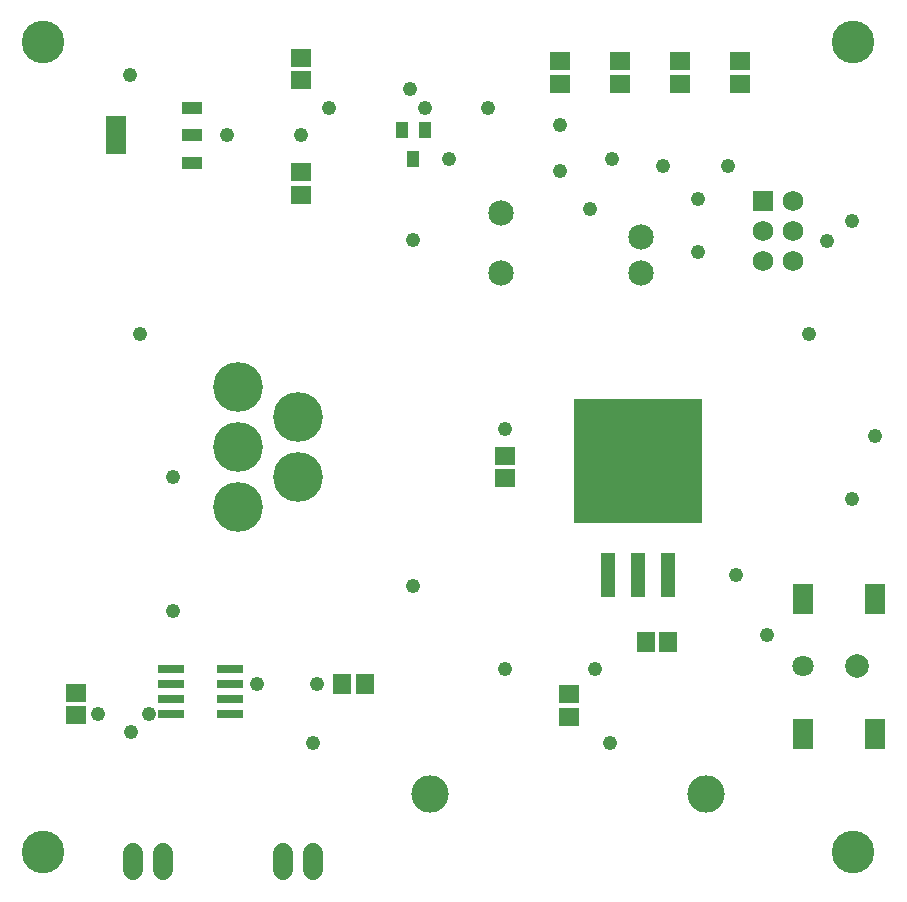
<source format=gts>
G75*
%MOIN*%
%OFA0B0*%
%FSLAX25Y25*%
%IPPOS*%
%LPD*%
%AMOC8*
5,1,8,0,0,1.08239X$1,22.5*
%
%ADD10C,0.14200*%
%ADD11R,0.06706X0.05918*%
%ADD12R,0.05918X0.06706*%
%ADD13R,0.06706X0.10249*%
%ADD14C,0.07099*%
%ADD15C,0.07887*%
%ADD16R,0.04343X0.05524*%
%ADD17R,0.04600X0.14600*%
%ADD18R,0.43000X0.41600*%
%ADD19R,0.07100X0.04100*%
%ADD20R,0.07100X0.13000*%
%ADD21C,0.16611*%
%ADD22C,0.12500*%
%ADD23R,0.08600X0.03000*%
%ADD24R,0.06824X0.06824*%
%ADD25C,0.06824*%
%ADD26C,0.08477*%
%ADD27C,0.06737*%
%ADD28C,0.04762*%
D10*
X0018800Y0018800D03*
X0018800Y0288800D03*
X0288800Y0288800D03*
X0288800Y0018800D03*
D11*
X0194050Y0064060D03*
X0194050Y0071540D03*
X0172800Y0143560D03*
X0172800Y0151040D03*
X0104800Y0238060D03*
X0104800Y0245540D03*
X0104800Y0276310D03*
X0104800Y0283790D03*
X0191300Y0282540D03*
X0191300Y0275060D03*
X0211300Y0275060D03*
X0211300Y0282540D03*
X0231300Y0282540D03*
X0231300Y0275060D03*
X0251300Y0275060D03*
X0251300Y0282540D03*
X0029800Y0072040D03*
X0029800Y0064560D03*
D12*
X0118560Y0074800D03*
X0126040Y0074800D03*
X0219810Y0088800D03*
X0227290Y0088800D03*
D13*
X0272292Y0103241D03*
X0296308Y0103241D03*
X0296308Y0058359D03*
X0272292Y0058359D03*
D14*
X0272292Y0080800D03*
D15*
X0290009Y0080800D03*
D16*
X0142300Y0250076D03*
X0138560Y0259524D03*
X0146040Y0259524D03*
D17*
X0207300Y0111200D03*
X0217300Y0111200D03*
X0227300Y0111200D03*
D18*
X0217300Y0149300D03*
D19*
X0068400Y0248745D03*
X0068400Y0257800D03*
X0068400Y0266855D03*
D20*
X0043200Y0257800D03*
D21*
X0083800Y0173800D03*
X0083800Y0153800D03*
X0103800Y0143800D03*
X0083800Y0133800D03*
X0103800Y0163800D03*
D22*
X0147800Y0038300D03*
X0239800Y0038300D03*
D23*
X0081000Y0064800D03*
X0081000Y0069800D03*
X0081000Y0074800D03*
X0081000Y0079800D03*
X0061600Y0079800D03*
X0061600Y0074800D03*
X0061600Y0069800D03*
X0061600Y0064800D03*
D24*
X0258800Y0235800D03*
D25*
X0258800Y0225800D03*
X0258800Y0215800D03*
X0268800Y0215800D03*
X0268800Y0225800D03*
X0268800Y0235800D03*
D26*
X0218225Y0224005D03*
X0218225Y0211800D03*
X0171375Y0211800D03*
X0171375Y0231879D03*
D27*
X0108800Y0018769D02*
X0108800Y0012831D01*
X0098800Y0012831D02*
X0098800Y0018769D01*
X0058800Y0018769D02*
X0058800Y0012831D01*
X0048800Y0012831D02*
X0048800Y0018769D01*
D28*
X0048300Y0058800D03*
X0054300Y0064800D03*
X0037300Y0064800D03*
X0062300Y0099300D03*
X0090300Y0074800D03*
X0110300Y0074800D03*
X0108800Y0055300D03*
X0142050Y0107550D03*
X0172800Y0080050D03*
X0202800Y0080050D03*
X0207800Y0055300D03*
X0260300Y0091300D03*
X0249950Y0111200D03*
X0288550Y0136550D03*
X0296300Y0157550D03*
X0274050Y0191550D03*
X0280300Y0222550D03*
X0288550Y0229300D03*
X0247050Y0247550D03*
X0237050Y0236550D03*
X0225550Y0247550D03*
X0208550Y0250050D03*
X0191300Y0245800D03*
X0201050Y0233300D03*
X0191300Y0261300D03*
X0167300Y0267050D03*
X0154050Y0250050D03*
X0146050Y0267050D03*
X0141300Y0273300D03*
X0114050Y0267050D03*
X0104800Y0257800D03*
X0080050Y0257800D03*
X0047800Y0278050D03*
X0051050Y0191550D03*
X0062300Y0143800D03*
X0142300Y0223050D03*
X0172800Y0160050D03*
X0237050Y0219050D03*
M02*

</source>
